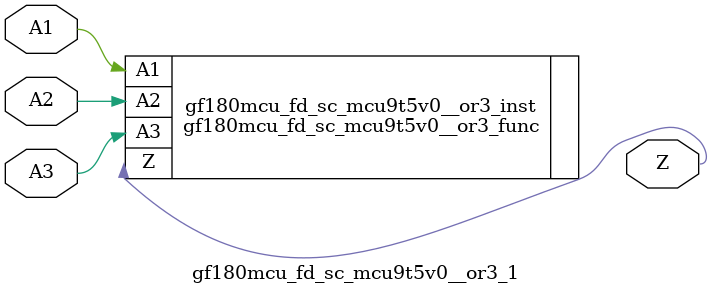
<source format=v>

`ifndef GF180MCU_FD_SC_MCU9T5V0__OR3_1_V
`define GF180MCU_FD_SC_MCU9T5V0__OR3_1_V

`include "gf180mcu_fd_sc_mcu9t5v0__or3.v"

`ifdef USE_POWER_PINS
module gf180mcu_fd_sc_mcu9t5v0__or3_1( A1, A2, A3, Z, VDD, VSS );
inout VDD, VSS;
`else // If not USE_POWER_PINS
module gf180mcu_fd_sc_mcu9t5v0__or3_1( A1, A2, A3, Z );
`endif // If not USE_POWER_PINS
input A1, A2, A3;
output Z;

`ifdef USE_POWER_PINS
  gf180mcu_fd_sc_mcu9t5v0__or3_func gf180mcu_fd_sc_mcu9t5v0__or3_inst(.A1(A1),.A2(A2),.A3(A3),.Z(Z),.VDD(VDD),.VSS(VSS));
`else // If not USE_POWER_PINS
  gf180mcu_fd_sc_mcu9t5v0__or3_func gf180mcu_fd_sc_mcu9t5v0__or3_inst(.A1(A1),.A2(A2),.A3(A3),.Z(Z));
`endif // If not USE_POWER_PINS

`ifndef FUNCTIONAL
	// spec_gates_begin


	// spec_gates_end



   specify

	// specify_block_begin

	// comb arc A1 --> Z
	 (A1 => Z) = (1.0,1.0);

	// comb arc A2 --> Z
	 (A2 => Z) = (1.0,1.0);

	// comb arc A3 --> Z
	 (A3 => Z) = (1.0,1.0);

	// specify_block_end

   endspecify

   `endif

endmodule
`endif // GF180MCU_FD_SC_MCU9T5V0__OR3_1_V

</source>
